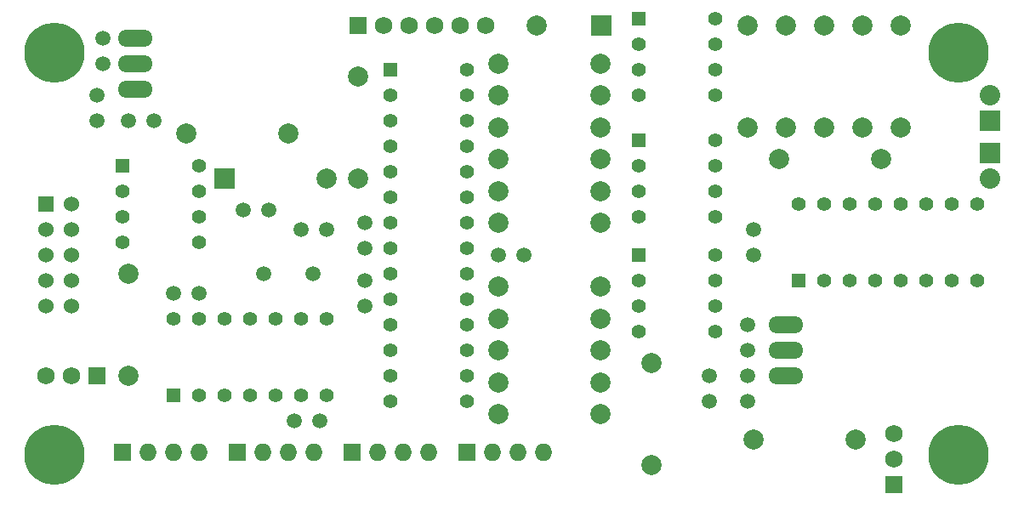
<source format=gbs>
%FSLAX34Y34*%
G04 Gerber Fmt 3.4, Leading zero omitted, Abs format*
G04 (created by PCBNEW (2014-jan-25)-product) date Tue 12 Aug 2014 10:31:01 PM PDT*
%MOIN*%
G01*
G70*
G90*
G04 APERTURE LIST*
%ADD10C,0.003937*%
%ADD11C,0.059100*%
%ADD12C,0.078700*%
%ADD13R,0.078700X0.078700*%
%ADD14C,0.236220*%
%ADD15R,0.068000X0.068000*%
%ADD16C,0.068000*%
%ADD17O,0.068000X0.068000*%
%ADD18R,0.080000X0.080000*%
%ADD19O,0.080000X0.080000*%
%ADD20O,0.137800X0.066900*%
%ADD21R,0.055000X0.055000*%
%ADD22C,0.055000*%
%ADD23R,0.060000X0.060000*%
%ADD24C,0.060000*%
G04 APERTURE END LIST*
G54D10*
G54D11*
X68500Y-52000D03*
X68500Y-53000D03*
X67000Y-54000D03*
X67000Y-55000D03*
X68500Y-54000D03*
X68500Y-55000D03*
X68750Y-48250D03*
X68750Y-49250D03*
X53500Y-50250D03*
X53500Y-51250D03*
X43250Y-40750D03*
X43250Y-41750D03*
X51000Y-48250D03*
X52000Y-48250D03*
X44250Y-44000D03*
X45250Y-44000D03*
X43000Y-44000D03*
X43000Y-43000D03*
X49750Y-47500D03*
X48750Y-47500D03*
X53500Y-48000D03*
X53500Y-49000D03*
X58750Y-49250D03*
X59750Y-49250D03*
X46000Y-50750D03*
X47000Y-50750D03*
X50750Y-55750D03*
X51750Y-55750D03*
G54D12*
X52000Y-46250D03*
G54D13*
X48000Y-46250D03*
G54D14*
X41338Y-41338D03*
X76771Y-41338D03*
X41338Y-57086D03*
X76771Y-57086D03*
G54D15*
X74250Y-58250D03*
G54D16*
X74250Y-57250D03*
X74250Y-56250D03*
G54D15*
X43000Y-54000D03*
G54D16*
X42000Y-54000D03*
X41000Y-54000D03*
G54D15*
X53000Y-57000D03*
G54D17*
X54000Y-57000D03*
X55000Y-57000D03*
X56000Y-57000D03*
G54D15*
X57500Y-57000D03*
G54D17*
X58500Y-57000D03*
X59500Y-57000D03*
X60500Y-57000D03*
G54D18*
X78000Y-45250D03*
G54D19*
X78000Y-46250D03*
G54D18*
X78000Y-44000D03*
G54D19*
X78000Y-43000D03*
G54D15*
X48500Y-57000D03*
G54D17*
X49500Y-57000D03*
X50500Y-57000D03*
X51500Y-57000D03*
G54D15*
X44000Y-57000D03*
G54D17*
X45000Y-57000D03*
X46000Y-57000D03*
X47000Y-57000D03*
G54D12*
X72750Y-56500D03*
X68750Y-56500D03*
X58750Y-41750D03*
X62750Y-41750D03*
X58750Y-43000D03*
X62750Y-43000D03*
X58750Y-44250D03*
X62750Y-44250D03*
X58750Y-45500D03*
X62750Y-45500D03*
X58750Y-46750D03*
X62750Y-46750D03*
X58750Y-48000D03*
X62750Y-48000D03*
X68500Y-40250D03*
X68500Y-44250D03*
X70000Y-40250D03*
X70000Y-44250D03*
X71500Y-40250D03*
X71500Y-44250D03*
X73000Y-40250D03*
X73000Y-44250D03*
X74500Y-40250D03*
X74500Y-44250D03*
X69750Y-45500D03*
X73750Y-45500D03*
X50500Y-44500D03*
X46500Y-44500D03*
X62750Y-50500D03*
X58750Y-50500D03*
X58750Y-51750D03*
X62750Y-51750D03*
X62750Y-53000D03*
X58750Y-53000D03*
X58750Y-54250D03*
X62750Y-54250D03*
X44250Y-50000D03*
X44250Y-54000D03*
X62750Y-55500D03*
X58750Y-55500D03*
X64750Y-57500D03*
X64750Y-53500D03*
X53250Y-46250D03*
X53250Y-42250D03*
G54D13*
X62780Y-40250D03*
G54D12*
X60220Y-40250D03*
G54D20*
X70000Y-53000D03*
X70000Y-52000D03*
X70000Y-54000D03*
G54D21*
X64250Y-40000D03*
G54D22*
X64250Y-41000D03*
X64250Y-42000D03*
X64250Y-43000D03*
X67250Y-43000D03*
X67250Y-42000D03*
X67250Y-41000D03*
X67250Y-40000D03*
G54D21*
X64250Y-44750D03*
G54D22*
X64250Y-45750D03*
X64250Y-46750D03*
X64250Y-47750D03*
X67250Y-47750D03*
X67250Y-46750D03*
X67250Y-45750D03*
X67250Y-44750D03*
G54D21*
X64250Y-49250D03*
G54D22*
X64250Y-50250D03*
X64250Y-51250D03*
X64250Y-52250D03*
X67250Y-52250D03*
X67250Y-51250D03*
X67250Y-50250D03*
X67250Y-49250D03*
G54D20*
X44500Y-41750D03*
X44500Y-40750D03*
X44500Y-42750D03*
G54D21*
X44000Y-45750D03*
G54D22*
X44000Y-46750D03*
X44000Y-47750D03*
X44000Y-48750D03*
X47000Y-48750D03*
X47000Y-47750D03*
X47000Y-46750D03*
X47000Y-45750D03*
G54D11*
X51461Y-50000D03*
X49539Y-50000D03*
G54D23*
X41000Y-47250D03*
G54D24*
X42000Y-47250D03*
X41000Y-48250D03*
X42000Y-48250D03*
X41000Y-49250D03*
X42000Y-49250D03*
X41000Y-50250D03*
X42000Y-50250D03*
X41000Y-51250D03*
X42000Y-51250D03*
G54D15*
X53250Y-40250D03*
G54D16*
X54250Y-40250D03*
X55250Y-40250D03*
X56250Y-40250D03*
X57250Y-40250D03*
X58250Y-40250D03*
G54D21*
X70500Y-50250D03*
G54D22*
X71500Y-50250D03*
X72500Y-50250D03*
X73500Y-50250D03*
X74500Y-50250D03*
X75500Y-50250D03*
X76500Y-50250D03*
X77500Y-50250D03*
X77500Y-47250D03*
X76500Y-47250D03*
X75500Y-47250D03*
X74500Y-47250D03*
X73500Y-47250D03*
X72500Y-47250D03*
X71500Y-47250D03*
X70500Y-47250D03*
X54500Y-43000D03*
X54500Y-44000D03*
X54500Y-45000D03*
X54500Y-46000D03*
X54500Y-47000D03*
X54500Y-48000D03*
X54500Y-49000D03*
X54500Y-50000D03*
X54500Y-51000D03*
X54500Y-52000D03*
X54500Y-53000D03*
X54500Y-54000D03*
X54500Y-55000D03*
G54D21*
X54500Y-42000D03*
G54D22*
X57500Y-55000D03*
X57500Y-54000D03*
X57500Y-53000D03*
X57500Y-52000D03*
X57500Y-51000D03*
X57500Y-50000D03*
X57500Y-49000D03*
X57500Y-48000D03*
X57500Y-47000D03*
X57500Y-46000D03*
X57500Y-45000D03*
X57500Y-44000D03*
X57500Y-43000D03*
X57500Y-42000D03*
G54D21*
X46000Y-54750D03*
G54D22*
X47000Y-54750D03*
X48000Y-54750D03*
X49000Y-54750D03*
X50000Y-54750D03*
X51000Y-54750D03*
X52000Y-54750D03*
X52000Y-51750D03*
X51000Y-51750D03*
X50000Y-51750D03*
X49000Y-51750D03*
X48000Y-51750D03*
X47000Y-51750D03*
X46000Y-51750D03*
M02*

</source>
